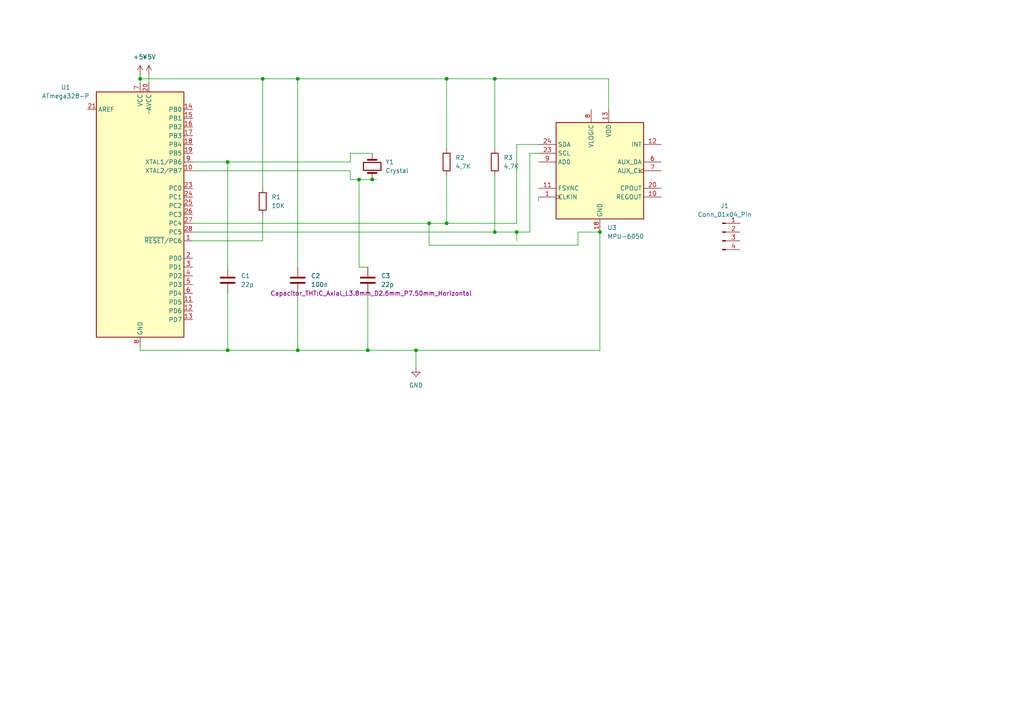
<source format=kicad_sch>
(kicad_sch (version 20250114) (generator "eeschema") (generator_version "9.0")
  (paper "A4")
  (lib_symbols
    (symbol "Connector:Conn_01x04_Pin" (pin_names (offset 1.016) (hide yes))
      (property "Reference" "J" (at 0 5.08 0))
      (property "Value" "Conn_01x04_Pin" (at 0 -7.62 0))
      (symbol "Conn_01x04_Pin_1_1"
        (rectangle (start 0.8636 2.667) (end 0 2.413) (stroke (width 0.1524)) (fill (type outline)))
        (rectangle (start 0.8636 0.127) (end 0 -0.127) (stroke (width 0.1524)) (fill (type outline)))
        (rectangle (start 0.8636 -2.413) (end 0 -2.667) (stroke (width 0.1524)) (fill (type outline)))
        (rectangle (start 0.8636 -4.953) (end 0 -5.207) (stroke (width 0.1524)) (fill (type outline)))
        (polyline (pts (xy 1.27 2.54) (xy 0.8636 2.54)) (stroke (width 0.1524)))
        (polyline (pts (xy 1.27 0) (xy 0.8636 0)) (stroke (width 0.1524)))
        (polyline (pts (xy 1.27 -2.54) (xy 0.8636 -2.54)) (stroke (width 0.1524)))
        (polyline (pts (xy 1.27 -5.08) (xy 0.8636 -5.08)) (stroke (width 0.1524)))
        (pin passive line (at 5.08 2.54 180) (length 3.81) (name "Pin_1") (number "1"))
        (pin passive line (at 5.08 0 180) (length 3.81) (name "Pin_2") (number "2"))
        (pin passive line (at 5.08 -2.54 180) (length 3.81) (name "Pin_3") (number "3"))
        (pin passive line (at 5.08 -5.08 180) (length 3.81) (name "Pin_4") (number "4"))
      )
    )
    (symbol "Device:C" (pin_numbers (hide yes)) (pin_names (offset 0.254))
      (property "Reference" "C" (at 0.635 2.54 0))
      (property "Value" "C" (at 0.635 -2.54 0))
      (symbol "C_0_1"
        (polyline (pts (xy -2.032 0.762) (xy 2.032 0.762)) (stroke (width 0.508)))
        (polyline (pts (xy -2.032 -0.762) (xy 2.032 -0.762)) (stroke (width 0.508)))
      )
      (symbol "C_1_1"
        (pin passive line (at 0 3.81 270) (length 2.794) (name "~") (number "1"))
        (pin passive line (at 0 -3.81 90) (length 2.794) (name "~") (number "2"))
      )
    )
    (symbol "Device:Crystal" (pin_numbers (hide yes)) (pin_names (offset 1.016) (hide yes))
      (property "Reference" "Y" (at 0 3.81 0))
      (property "Value" "Crystal" (at 0 -3.81 0))
      (symbol "Crystal_0_1"
        (polyline (pts (xy -2.54 0) (xy -1.905 0)))
        (polyline (pts (xy -1.905 -1.27) (xy -1.905 1.27)) (stroke (width 0.508)))
        (rectangle (start -1.143 2.54) (end 1.143 -2.54) (stroke (width 0.3048)))
        (polyline (pts (xy 1.905 -1.27) (xy 1.905 1.27)) (stroke (width 0.508)))
        (polyline (pts (xy 2.54 0) (xy 1.905 0)))
      )
      (symbol "Crystal_1_1"
        (pin passive line (at -3.81 0 0) (length 1.27) (name "1") (number "1"))
        (pin passive line (at 3.81 0 180) (length 1.27) (name "2") (number "2"))
      )
    )
    (symbol "Device:R" (pin_numbers (hide yes)) (pin_names (offset 0))
      (property "Reference" "R" (at 2.032 0 90))
      (property "Value" "R" (at 0 0 90))
      (symbol "R_0_1"
        (rectangle (start -1.016 -2.54) (end 1.016 2.54) (stroke (width 0.254)))
      )
      (symbol "R_1_1"
        (pin passive line (at 0 3.81 270) (length 1.27) (name "~") (number "1"))
        (pin passive line (at 0 -3.81 90) (length 1.27) (name "~") (number "2"))
      )
    )
    (symbol "MCU_Microchip_ATmega:ATmega328-P"
      (property "Reference" "U" (at -12.7 36.83 0))
      (property "Value" "ATmega328-P" (at 2.54 -36.83 0))
      (symbol "ATmega328-P_0_1"
        (rectangle (start -12.7 -35.56) (end 12.7 35.56) (stroke (width 0.254)) (fill (type background)))
      )
      (symbol "ATmega328-P_1_1"
        (pin passive line (at -15.24 30.48 0) (length 2.54) (name "AREF") (number "21"))
        (pin power_in line (at 0 38.1 270) (length 2.54) (name "VCC") (number "7"))
        (pin passive line (at 0 -38.1 90) (length 2.54) (hide yes) (name "GND") (number "22"))
        (pin power_in line (at 0 -38.1 90) (length 2.54) (name "GND") (number "8"))
        (pin power_in line (at 2.54 38.1 270) (length 2.54) (name "AVCC") (number "20"))
        (pin bidirectional line (at 15.24 30.48 180) (length 2.54) (name "PB0") (number "14"))
        (pin bidirectional line (at 15.24 27.94 180) (length 2.54) (name "PB1") (number "15"))
        (pin bidirectional line (at 15.24 25.4 180) (length 2.54) (name "PB2") (number "16"))
        (pin bidirectional line (at 15.24 22.86 180) (length 2.54) (name "PB3") (number "17"))
        (pin bidirectional line (at 15.24 20.32 180) (length 2.54) (name "PB4") (number "18"))
        (pin bidirectional line (at 15.24 17.78 180) (length 2.54) (name "PB5") (number "19"))
        (pin bidirectional line (at 15.24 15.24 180) (length 2.54) (name "XTAL1/PB6") (number "9"))
        (pin bidirectional line (at 15.24 12.7 180) (length 2.54) (name "XTAL2/PB7") (number "10"))
        (pin bidirectional line (at 15.24 7.62 180) (length 2.54) (name "PC0") (number "23"))
        (pin bidirectional line (at 15.24 5.08 180) (length 2.54) (name "PC1") (number "24"))
        (pin bidirectional line (at 15.24 2.54 180) (length 2.54) (name "PC2") (number "25"))
        (pin bidirectional line (at 15.24 0 180) (length 2.54) (name "PC3") (number "26"))
        (pin bidirectional line (at 15.24 -2.54 180) (length 2.54) (name "PC4") (number "27"))
        (pin bidirectional line (at 15.24 -5.08 180) (length 2.54) (name "PC5") (number "28"))
        (pin bidirectional line (at 15.24 -7.62 180) (length 2.54) (name "~{RESET}/PC6") (number "1"))
        (pin bidirectional line (at 15.24 -12.7 180) (length 2.54) (name "PD0") (number "2"))
        (pin bidirectional line (at 15.24 -15.24 180) (length 2.54) (name "PD1") (number "3"))
        (pin bidirectional line (at 15.24 -17.78 180) (length 2.54) (name "PD2") (number "4"))
        (pin bidirectional line (at 15.24 -20.32 180) (length 2.54) (name "PD3") (number "5"))
        (pin bidirectional line (at 15.24 -22.86 180) (length 2.54) (name "PD4") (number "6"))
        (pin bidirectional line (at 15.24 -25.4 180) (length 2.54) (name "PD5") (number "11"))
        (pin bidirectional line (at 15.24 -27.94 180) (length 2.54) (name "PD6") (number "12"))
        (pin bidirectional line (at 15.24 -30.48 180) (length 2.54) (name "PD7") (number "13"))
      )
    )
    (symbol "Sensor_Motion:MPU-6050"
      (property "Reference" "U" (at -11.43 13.97 0))
      (property "Value" "MPU-6050" (at 7.62 -15.24 0))
      (symbol "MPU-6050_0_0"
        (text "" (at 12.7 -2.54 0) (effects (font (size 1.27 1.27))))
      )
      (symbol "MPU-6050_0_1"
        (rectangle (start -12.7 13.97) (end 12.7 -13.97) (stroke (width 0.254)) (fill (type background)))
      )
      (symbol "MPU-6050_1_1"
        (pin bidirectional line (at -17.78 7.62 0) (length 5.08) (name "SDA") (number "24"))
        (pin input line (at -17.78 5.08 0) (length 5.08) (name "SCL") (number "23"))
        (pin input line (at -17.78 2.54 0) (length 5.08) (name "AD0") (number "9"))
        (pin input line (at -17.78 -5.08 0) (length 5.08) (name "FSYNC") (number "11"))
        (pin input clock (at -17.78 -7.62 0) (length 5.08) (name "CLKIN") (number "1"))
        (pin no_connect line (at -12.7 12.7 0) (length 2.54) (hide yes) (name "NC") (number "2"))
        (pin no_connect line (at -12.7 10.16 0) (length 2.54) (hide yes) (name "NC") (number "3"))
        (pin no_connect line (at -12.7 0 0) (length 2.54) (hide yes) (name "NC") (number "4"))
        (pin no_connect line (at -12.7 -2.54 0) (length 2.54) (hide yes) (name "NC") (number "5"))
        (pin no_connect line (at -12.7 -10.16 0) (length 2.54) (hide yes) (name "NC") (number "14"))
        (pin power_in line (at -2.54 17.78 270) (length 3.81) (name "VLOGIC") (number "8"))
        (pin power_in line (at 0 -17.78 90) (length 3.81) (name "GND") (number "18"))
        (pin power_in line (at 2.54 17.78 270) (length 3.81) (name "VDD") (number "13"))
        (pin no_connect line (at 12.7 12.7 180) (length 2.54) (hide yes) (name "NC") (number "15"))
        (pin no_connect line (at 12.7 10.16 180) (length 2.54) (hide yes) (name "NC") (number "16"))
        (pin no_connect line (at 12.7 5.08 180) (length 2.54) (hide yes) (name "NC") (number "17"))
        (pin no_connect line (at 12.7 -2.54 180) (length 2.54) (hide yes) (name "RESV") (number "21"))
        (pin no_connect line (at 12.7 -10.16 180) (length 2.54) (hide yes) (name "RESV") (number "19"))
        (pin no_connect line (at 12.7 -12.7 180) (length 2.54) (hide yes) (name "RESV") (number "22"))
        (pin output line (at 17.78 7.62 180) (length 5.08) (name "INT") (number "12"))
        (pin bidirectional line (at 17.78 2.54 180) (length 5.08) (name "AUX_DA") (number "6"))
        (pin output clock (at 17.78 0 180) (length 5.08) (name "AUX_CL") (number "7"))
        (pin passive line (at 17.78 -5.08 180) (length 5.08) (name "CPOUT") (number "20"))
        (pin passive line (at 17.78 -7.62 180) (length 5.08) (name "REGOUT") (number "10"))
      )
    )
    (symbol "power:+5V" (power) (pin_numbers (hide yes)) (pin_names (offset 0) (hide yes))
      (property "Value" "+5V" (at 0 3.556 0))
      (symbol "+5V_0_1"
        (polyline (pts (xy -0.762 1.27) (xy 0 2.54)))
        (polyline (pts (xy 0 2.54) (xy 0.762 1.27)))
        (polyline (pts (xy 0 0) (xy 0 2.54)))
      )
      (symbol "+5V_1_1"
        (pin power_in line (at 0 0 90) (length 0) (name "~") (number "1"))
      )
    )
    (symbol "power:GND" (power) (pin_numbers (hide yes)) (pin_names (offset 0) (hide yes))
      (property "Value" "GND" (at 0 -3.81 0))
      (symbol "GND_0_1"
        (polyline (pts (xy 0 0) (xy 0 -1.27) (xy 1.27 -1.27) (xy 0 -2.54) (xy -1.27 -1.27) (xy 0 -1.27)))
      )
      (symbol "GND_1_1"
        (pin power_in line (at 0 0 270) (length 0) (name "~") (number "1"))
      )
    )
  )
  (junction (at 106.68 101.6))
  (junction (at 124.46 64.77))
  (junction (at 129.54 22.86))
  (junction (at 66.04 101.6))
  (junction (at 104.14 52.07))
  (junction (at 66.04 46.99))
  (junction (at 173.99 67.31))
  (junction (at 86.36 22.86))
  (junction (at 129.54 64.77))
  (junction (at 86.36 101.6))
  (junction (at 107.95 52.07))
  (junction (at 143.51 22.86))
  (junction (at 149.86 67.31))
  (junction (at 143.51 67.31))
  (junction (at 120.65 101.6))
  (junction (at 40.64 22.86))
  (junction (at 76.2 22.86))
  (wire (pts (xy 40.64 22.86) (xy 76.2 22.86)))
  (wire (pts (xy 153.67 67.31) (xy 153.67 44.45)))
  (wire (pts (xy 106.68 77.47) (xy 104.14 77.47)))
  (wire (pts (xy 106.68 101.6) (xy 86.36 101.6)))
  (wire (pts (xy 143.51 67.31) (xy 149.86 67.31)))
  (wire (pts (xy 120.65 101.6) (xy 106.68 101.6)))
  (wire (pts (xy 101.6 46.99) (xy 101.6 44.45)))
  (wire (pts (xy 124.46 71.12) (xy 167.64 71.12)))
  (wire (pts (xy 55.88 64.77) (xy 124.46 64.77)))
  (wire (pts (xy 149.86 41.91) (xy 149.86 64.77)))
  (wire (pts (xy 101.6 49.53) (xy 101.6 52.07)))
  (wire (pts (xy 66.04 101.6) (xy 40.64 101.6)))
  (wire (pts (xy 129.54 22.86) (xy 143.51 22.86)))
  (wire (pts (xy 86.36 22.86) (xy 129.54 22.86)))
  (wire (pts (xy 86.36 22.86) (xy 86.36 77.47)))
  (wire (pts (xy 66.04 77.47) (xy 66.04 46.99)))
  (wire (pts (xy 167.64 67.31) (xy 173.99 67.31)))
  (wire (pts (xy 143.51 50.8) (xy 143.51 67.31)))
  (wire (pts (xy 66.04 46.99) (xy 101.6 46.99)))
  (wire (pts (xy 167.64 71.12) (xy 167.64 67.31)))
  (wire (pts (xy 107.95 52.07) (xy 109.22 52.07)))
  (wire (pts (xy 120.65 101.6) (xy 120.65 106.68)))
  (wire (pts (xy 86.36 101.6) (xy 66.04 101.6)))
  (wire (pts (xy 124.46 71.12) (xy 124.46 64.77)))
  (wire (pts (xy 76.2 62.23) (xy 76.2 69.85)))
  (wire (pts (xy 40.64 100.33) (xy 40.64 101.6)))
  (wire (pts (xy 104.14 52.07) (xy 107.95 52.07)))
  (wire (pts (xy 40.64 22.86) (xy 40.64 24.13)))
  (wire (pts (xy 129.54 22.86) (xy 129.54 43.18)))
  (wire (pts (xy 149.86 41.91) (xy 156.21 41.91)))
  (wire (pts (xy 55.88 46.99) (xy 66.04 46.99)))
  (wire (pts (xy 156.21 57.15) (xy 156.21 58.42)))
  (wire (pts (xy 149.86 67.31) (xy 149.86 69.85)))
  (wire (pts (xy 176.53 22.86) (xy 176.53 31.75)))
  (wire (pts (xy 55.88 49.53) (xy 101.6 49.53)))
  (wire (pts (xy 143.51 22.86) (xy 176.53 22.86)))
  (wire (pts (xy 76.2 22.86) (xy 76.2 54.61)))
  (wire (pts (xy 101.6 52.07) (xy 104.14 52.07)))
  (wire (pts (xy 55.88 67.31) (xy 143.51 67.31)))
  (wire (pts (xy 55.88 69.85) (xy 76.2 69.85)))
  (wire (pts (xy 124.46 64.77) (xy 129.54 64.77)))
  (wire (pts (xy 101.6 44.45) (xy 107.95 44.45)))
  (wire (pts (xy 43.18 31.75) (xy 43.18 33.02)))
  (wire (pts (xy 106.68 85.09) (xy 106.68 101.6)))
  (wire (pts (xy 104.14 77.47) (xy 104.14 52.07)))
  (wire (pts (xy 120.65 101.6) (xy 173.99 101.6)))
  (wire (pts (xy 149.86 67.31) (xy 153.67 67.31)))
  (wire (pts (xy 153.67 44.45) (xy 156.21 44.45)))
  (wire (pts (xy 43.18 21.59) (xy 43.18 24.13)))
  (wire (pts (xy 129.54 64.77) (xy 149.86 64.77)))
  (wire (pts (xy 76.2 22.86) (xy 86.36 22.86)))
  (wire (pts (xy 40.64 21.59) (xy 40.64 22.86)))
  (wire (pts (xy 66.04 85.09) (xy 66.04 101.6)))
  (wire (pts (xy 173.99 67.31) (xy 173.99 101.6)))
  (wire (pts (xy 86.36 85.09) (xy 86.36 101.6)))
  (wire (pts (xy 143.51 22.86) (xy 143.51 43.18)))
  (wire (pts (xy 129.54 50.8) (xy 129.54 64.77)))
  (symbol (lib_id "power:GND") (at 120.65 106.68 0) (unit 1)
    (property "Reference" "#PWR03" (effects (hide yes)))
    (property "Value" "GND" (at 120.65 111.76 0))
    (property "Description" "Power symbol creates a global label with name \"GND\" , ground" (effects (hide yes)))
  )
  (symbol (lib_id "Device:C") (at 66.04 81.28 0) (unit 1)
    (property "Reference" "C1" (at 69.85 80.0099 0) (effects (justify left)))
    (property "Value" "22p" (at 69.85 82.5499 0) (effects (justify left)))
    (property "Footprint" "Capacitor_THT:C_Axial_L3.8mm_D2.6mm_P7.50mm_Horizontal" (effects (hide yes)))
    (property "Description" "Unpolarized capacitor" (effects (hide yes)))
  )
  (symbol (lib_id "Device:R") (at 76.2 58.42 0) (unit 1)
    (property "Reference" "R1" (at 78.74 57.1499 0) (effects (justify left)))
    (property "Value" "10K" (at 78.74 59.6899 0) (effects (justify left)))
    (property "Description" "Resistor" (effects (hide yes)))
  )
  (symbol (lib_id "Device:R") (at 129.54 46.99 0) (unit 1)
    (property "Reference" "R2" (at 132.08 45.7199 0) (effects (justify left)))
    (property "Value" "4,7K" (at 132.08 48.2599 0) (effects (justify left)))
    (property "Footprint" "Resistor_THT:R_Axial_DIN0207_L6.3mm_D2.5mm_P10.16mm_Horizontal" (effects (hide yes)))
    (property "Description" "Resistor" (effects (hide yes)))
  )
  (symbol (lib_id "Device:C") (at 106.68 81.28 0) (unit 1)
    (property "Reference" "C3" (at 110.49 80.0099 0) (effects (justify left)))
    (property "Value" "22p" (at 110.49 82.5499 0) (effects (justify left)))
    (property "Footprint" "Capacitor_THT:C_Axial_L3.8mm_D2.6mm_P7.50mm_Horizontal" (at 107.6452 85.09 0))
    (property "Description" "Unpolarized capacitor" (effects (hide yes)))
  )
  (symbol (lib_id "Device:C") (at 86.36 81.28 0) (unit 1)
    (property "Reference" "C2" (at 90.17 80.0099 0) (effects (justify left)))
    (property "Value" "100n" (at 90.17 82.5499 0) (effects (justify left)))
    (property "Footprint" "Capacitor_THT:C_Axial_L3.8mm_D2.6mm_P7.50mm_Horizontal" (effects (hide yes)))
    (property "Description" "Unpolarized capacitor" (effects (hide yes)))
  )
  (symbol (lib_id "Device:Crystal") (at 107.95 48.26 90) (unit 1)
    (property "Reference" "Y1" (at 111.76 46.9899 90) (effects (justify right)))
    (property "Value" "Crystal" (at 111.76 49.5299 90) (effects (justify right)))
    (property "Footprint" "Crystal:Crystal_HC52-8mm_Vertical" (effects (hide yes)))
    (property "Description" "Two pin crystal" (effects (hide yes)))
  )
  (symbol (lib_id "power:+5V") (at 43.18 21.59 0) (unit 1)
    (property "Reference" "#PWR02" (effects (hide yes)))
    (property "Value" "+5V" (at 43.18 16.51 0))
    (property "Description" "Power symbol creates a global label with name \"+5V\"" (effects (hide yes)))
  )
  (symbol (lib_id "MCU_Microchip_ATmega:ATmega328-P") (at 40.64 62.23 0) (unit 1)
    (property "Reference" "U1" (at 19.05 25.3298 0))
    (property "Value" "ATmega328-P" (at 19.05 27.8698 0))
    (property "Footprint" "Package_DIP:DIP-28_W7.62mm" (effects (hide yes)))
    (property "Datasheet" "http://ww1.microchip.com/downloads/en/DeviceDoc/ATmega328_P%20AVR%20MCU%20with%20picoPower%20Technology%20Data%20Sheet%2040001984A.pdf" (effects (hide yes)))
    (property "Description" "20MHz, 32kB Flash, 2kB SRAM, 1kB EEPROM, DIP-28" (effects (hide yes)))
  )
  (symbol (lib_id "power:+5V") (at 40.64 21.59 0) (unit 1)
    (property "Reference" "#PWR01" (effects (hide yes)))
    (property "Value" "+5V" (at 40.64 16.51 0))
    (property "Description" "Power symbol creates a global label with name \"+5V\"" (effects (hide yes)))
  )
  (symbol (lib_id "Connector:Conn_01x04_Pin") (at 209.55 67.31 0) (unit 1)
    (property "Reference" "J1" (at 210.185 59.69 0))
    (property "Value" "Conn_01x04_Pin" (at 210.185 62.23 0))
    (property "Footprint" "Connector:FanPinHeader_1x04_P2.54mm_Vertical" (effects (hide yes)))
    (property "Description" "Generic connector, single row, 01x04, script generated" (effects (hide yes)))
  )
  (symbol (lib_id "Device:R") (at 143.51 46.99 0) (unit 1)
    (property "Reference" "R3" (at 146.05 45.7199 0) (effects (justify left)))
    (property "Value" "4,7K" (at 146.05 48.2599 0) (effects (justify left)))
    (property "Footprint" "Resistor_THT:R_Axial_DIN0207_L6.3mm_D2.5mm_P10.16mm_Horizontal" (effects (hide yes)))
    (property "Description" "Resistor" (effects (hide yes)))
  )
  (symbol (lib_id "Sensor_Motion:MPU-6050") (at 173.99 49.53 0) (unit 1)
    (property "Reference" "U3" (at 176.1333 66.04 0) (effects (justify left)))
    (property "Value" "MPU-6050" (at 176.1333 68.58 0) (effects (justify left)))
    (property "Footprint" "Sensor_Motion:InvenSense_QFN-24_4x4mm_P0.5mm" (effects (hide yes)))
    (property "Datasheet" "https://invensense.tdk.com/wp-content/uploads/2015/02/MPU-6000-Datasheet1.pdf" (effects (hide yes)))
    (property "Description" "InvenSense 6-Axis Motion Sensor, Gyroscope, Accelerometer, I2C" (effects (hide yes)))
  )
)
</source>
